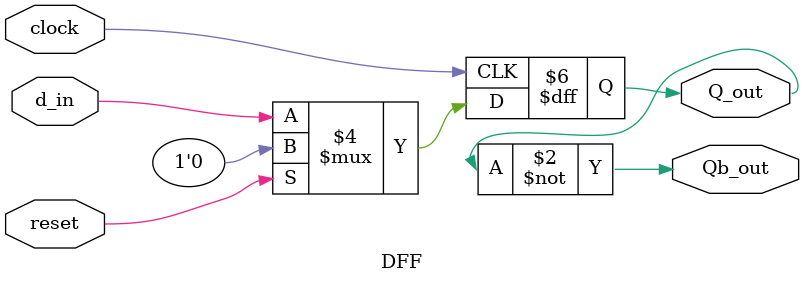
<source format=v>
/********************************************************************************************
Copyright 2019 - Maven Silicon Softech Pvt Ltd. 
 
All Rights Reserved.

This source code is an unpublished work belongs to Maven Silicon Softech Pvt Ltd.

It is not to be shared with or used by any third parties who have not enrolled for our paid training 

courses or received any written authorization from Maven Silicon.


Webpage     :      www.maven-silicon.com

Filename    :	   dff.v   

Description :      Delay Flipflop

Author Name :      Susmita

Version     :      1.0
*********************************************************************************************/
 
module DFF(clock,
	   reset,
	   d_in,
	   Q_out,
	   Qb_out);

   //Step1 : Declare Port Directions
   input clock,reset,d_in;
   output reg Q_out;
   output Qb_out;

   /*Understand the Behaviour of D flip-flop &
   check the coding style of synchronous reset*/

   always@(posedge clock)
      begin
	 if(reset)
	    Q_out <= 1'b0;
	 else
	    Q_out <= d_in;
	 end

   //Step2 : Write the logic for Qbar				
   assign Qb_out = ~Q_out;
							
							
				 
endmodule          



</source>
